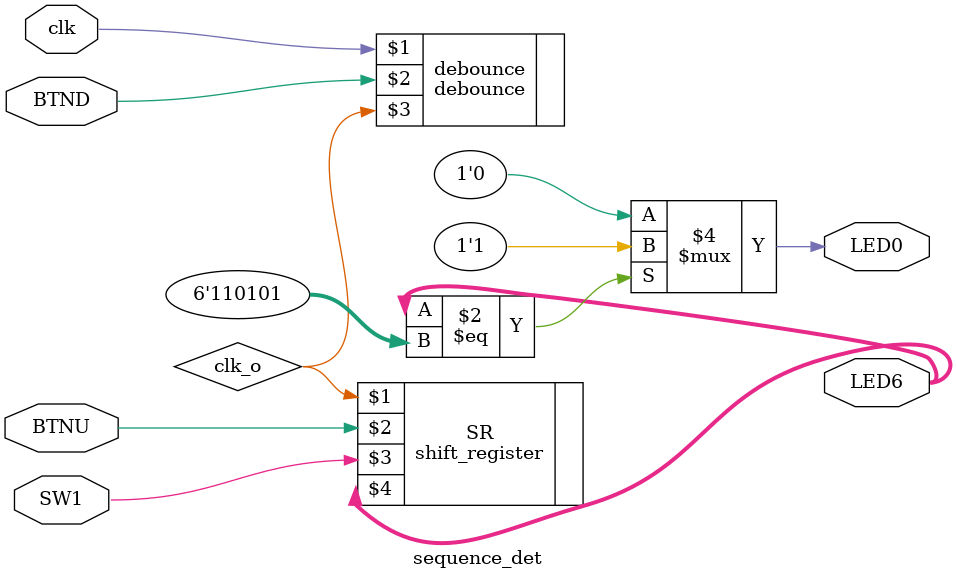
<source format=v>
module sequence_det(
	clk,
	BTNU,
	BTND,
	SW1,
	LED0,
	LED6
);

input 			clk;
input 			BTNU, BTND;
input 			SW1;
output 			LED0;
output 	[5:0]	LED6;


wire            clk_o;
reg             LED0;
wire    [5:0]   LED6;

debounce debounce(clk, BTND, clk_o);

// add your code here
shift_register SR(clk_o, BTNU, SW1, LED6);
always @(LED6) begin
    if(LED6[5: 0] == 6'b110101)
        LED0 <= 1;
    else
        LED0 <= 0;
end
endmodule

</source>
